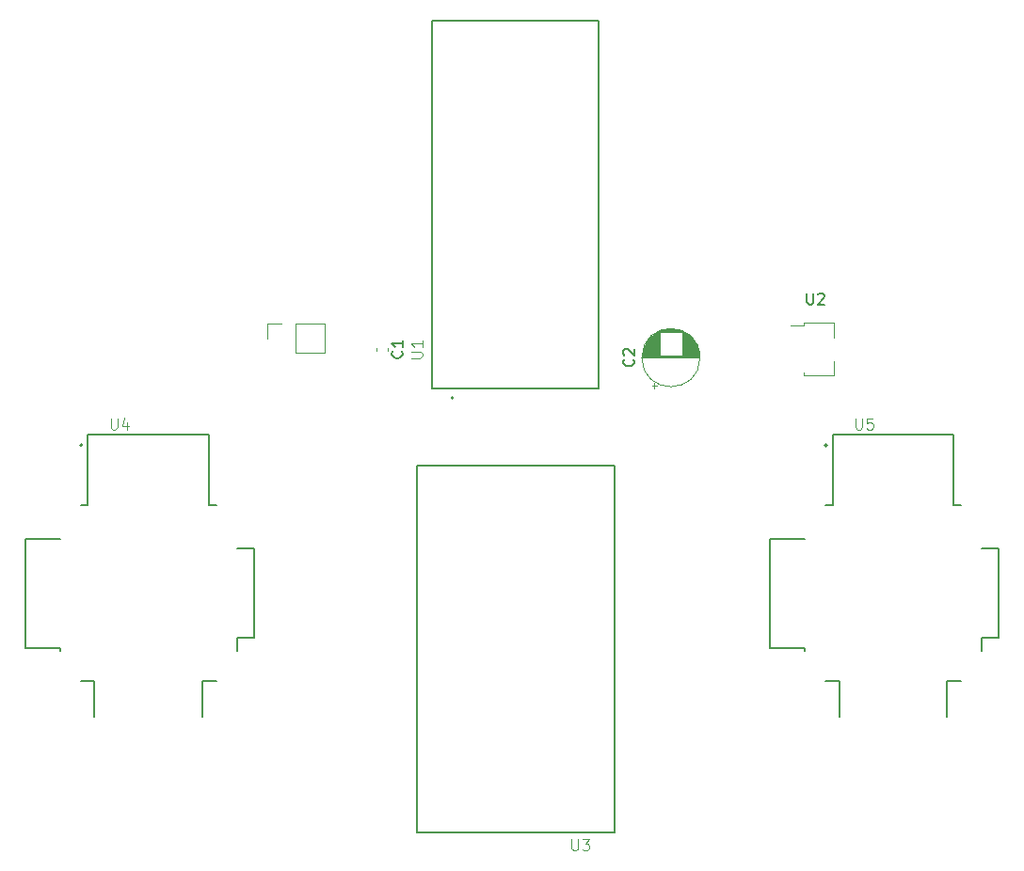
<source format=gbr>
%TF.GenerationSoftware,KiCad,Pcbnew,(5.1.8)-1*%
%TF.CreationDate,2021-02-18T11:59:36+08:00*%
%TF.ProjectId,remoter,72656d6f-7465-4722-9e6b-696361645f70,rev?*%
%TF.SameCoordinates,Original*%
%TF.FileFunction,Legend,Top*%
%TF.FilePolarity,Positive*%
%FSLAX46Y46*%
G04 Gerber Fmt 4.6, Leading zero omitted, Abs format (unit mm)*
G04 Created by KiCad (PCBNEW (5.1.8)-1) date 2021-02-18 11:59:36*
%MOMM*%
%LPD*%
G01*
G04 APERTURE LIST*
%ADD10C,0.127000*%
%ADD11C,0.120000*%
%ADD12C,0.200000*%
%ADD13C,0.015000*%
%ADD14C,0.150000*%
G04 APERTURE END LIST*
D10*
%TO.C,U3*%
X126890000Y-117510000D02*
X126890000Y-84490000D01*
X126890000Y-84490000D02*
X109110000Y-84490000D01*
X109110000Y-84490000D02*
X109110000Y-117510000D01*
X109110000Y-117510000D02*
X126890000Y-117510000D01*
D11*
%TO.C,U2*%
X146660000Y-75050000D02*
X146660000Y-76360000D01*
X146660000Y-76360000D02*
X143940000Y-76360000D01*
X142800000Y-71870000D02*
X143940000Y-71870000D01*
X146660000Y-71640000D02*
X146660000Y-72950000D01*
X143940000Y-71640000D02*
X146660000Y-71640000D01*
X143940000Y-71640000D02*
X143940000Y-71870000D01*
X143940000Y-76360000D02*
X143940000Y-76130000D01*
D10*
%TO.C,U5*%
X145930000Y-88000000D02*
X146550000Y-88000000D01*
X146550000Y-88000000D02*
X146550000Y-81700000D01*
X146550000Y-81700000D02*
X157450000Y-81700000D01*
X157450000Y-81700000D02*
X157450000Y-88000000D01*
X157450000Y-88000000D02*
X158080000Y-88000000D01*
X159950000Y-91900000D02*
X161500000Y-91900000D01*
X161500000Y-91900000D02*
X161500000Y-100000000D01*
X161500000Y-100000000D02*
X159950000Y-100000000D01*
X159950000Y-100000000D02*
X159950000Y-101120000D01*
X158080000Y-103900000D02*
X156850000Y-103900000D01*
X156850000Y-103900000D02*
X156850000Y-107100000D01*
X147150000Y-107100000D02*
X147150000Y-103900000D01*
X147150000Y-103900000D02*
X145930000Y-103900000D01*
X144050000Y-101170000D02*
X144050000Y-100900000D01*
X144050000Y-100900000D02*
X140900000Y-100900000D01*
X140900000Y-100900000D02*
X140900000Y-91100000D01*
X140900000Y-91100000D02*
X144050000Y-91100000D01*
D12*
X146050000Y-82650000D02*
G75*
G03*
X146050000Y-82650000I-100000J0D01*
G01*
D10*
%TO.C,U4*%
X78930000Y-88000000D02*
X79550000Y-88000000D01*
X79550000Y-88000000D02*
X79550000Y-81700000D01*
X79550000Y-81700000D02*
X90450000Y-81700000D01*
X90450000Y-81700000D02*
X90450000Y-88000000D01*
X90450000Y-88000000D02*
X91080000Y-88000000D01*
X92950000Y-91900000D02*
X94500000Y-91900000D01*
X94500000Y-91900000D02*
X94500000Y-100000000D01*
X94500000Y-100000000D02*
X92950000Y-100000000D01*
X92950000Y-100000000D02*
X92950000Y-101120000D01*
X91080000Y-103900000D02*
X89850000Y-103900000D01*
X89850000Y-103900000D02*
X89850000Y-107100000D01*
X80150000Y-107100000D02*
X80150000Y-103900000D01*
X80150000Y-103900000D02*
X78930000Y-103900000D01*
X77050000Y-101170000D02*
X77050000Y-100900000D01*
X77050000Y-100900000D02*
X73900000Y-100900000D01*
X73900000Y-100900000D02*
X73900000Y-91100000D01*
X73900000Y-91100000D02*
X77050000Y-91100000D01*
D12*
X79050000Y-82650000D02*
G75*
G03*
X79050000Y-82650000I-100000J0D01*
G01*
%TO.C,U1*%
X112420000Y-78385000D02*
G75*
G03*
X112420000Y-78385000I-100000J0D01*
G01*
D10*
X110468900Y-77554400D02*
X125531100Y-77554400D01*
X125531100Y-77554400D02*
X125531100Y-44445600D01*
X125531100Y-44445600D02*
X110468900Y-44445600D01*
X110468900Y-44445600D02*
X110468900Y-77554400D01*
D11*
%TO.C,J1*%
X98270000Y-74330000D02*
X98270000Y-71670000D01*
X98270000Y-74330000D02*
X100870000Y-74330000D01*
X100870000Y-74330000D02*
X100870000Y-71670000D01*
X98270000Y-71670000D02*
X100870000Y-71670000D01*
X95670000Y-71670000D02*
X97000000Y-71670000D01*
X95670000Y-73000000D02*
X95670000Y-71670000D01*
%TO.C,C2*%
X134620000Y-74750000D02*
G75*
G03*
X134620000Y-74750000I-2620000J0D01*
G01*
X129420000Y-74750000D02*
X134580000Y-74750000D01*
X129420000Y-74710000D02*
X134580000Y-74710000D01*
X129421000Y-74670000D02*
X134579000Y-74670000D01*
X129422000Y-74630000D02*
X134578000Y-74630000D01*
X129424000Y-74590000D02*
X134576000Y-74590000D01*
X129427000Y-74550000D02*
X134573000Y-74550000D01*
X129431000Y-74510000D02*
X130960000Y-74510000D01*
X133040000Y-74510000D02*
X134569000Y-74510000D01*
X129435000Y-74470000D02*
X130960000Y-74470000D01*
X133040000Y-74470000D02*
X134565000Y-74470000D01*
X129439000Y-74430000D02*
X130960000Y-74430000D01*
X133040000Y-74430000D02*
X134561000Y-74430000D01*
X129444000Y-74390000D02*
X130960000Y-74390000D01*
X133040000Y-74390000D02*
X134556000Y-74390000D01*
X129450000Y-74350000D02*
X130960000Y-74350000D01*
X133040000Y-74350000D02*
X134550000Y-74350000D01*
X129457000Y-74310000D02*
X130960000Y-74310000D01*
X133040000Y-74310000D02*
X134543000Y-74310000D01*
X129464000Y-74270000D02*
X130960000Y-74270000D01*
X133040000Y-74270000D02*
X134536000Y-74270000D01*
X129472000Y-74230000D02*
X130960000Y-74230000D01*
X133040000Y-74230000D02*
X134528000Y-74230000D01*
X129480000Y-74190000D02*
X130960000Y-74190000D01*
X133040000Y-74190000D02*
X134520000Y-74190000D01*
X129489000Y-74150000D02*
X130960000Y-74150000D01*
X133040000Y-74150000D02*
X134511000Y-74150000D01*
X129499000Y-74110000D02*
X130960000Y-74110000D01*
X133040000Y-74110000D02*
X134501000Y-74110000D01*
X129509000Y-74070000D02*
X130960000Y-74070000D01*
X133040000Y-74070000D02*
X134491000Y-74070000D01*
X129520000Y-74029000D02*
X130960000Y-74029000D01*
X133040000Y-74029000D02*
X134480000Y-74029000D01*
X129532000Y-73989000D02*
X130960000Y-73989000D01*
X133040000Y-73989000D02*
X134468000Y-73989000D01*
X129545000Y-73949000D02*
X130960000Y-73949000D01*
X133040000Y-73949000D02*
X134455000Y-73949000D01*
X129558000Y-73909000D02*
X130960000Y-73909000D01*
X133040000Y-73909000D02*
X134442000Y-73909000D01*
X129572000Y-73869000D02*
X130960000Y-73869000D01*
X133040000Y-73869000D02*
X134428000Y-73869000D01*
X129586000Y-73829000D02*
X130960000Y-73829000D01*
X133040000Y-73829000D02*
X134414000Y-73829000D01*
X129602000Y-73789000D02*
X130960000Y-73789000D01*
X133040000Y-73789000D02*
X134398000Y-73789000D01*
X129618000Y-73749000D02*
X130960000Y-73749000D01*
X133040000Y-73749000D02*
X134382000Y-73749000D01*
X129635000Y-73709000D02*
X130960000Y-73709000D01*
X133040000Y-73709000D02*
X134365000Y-73709000D01*
X129652000Y-73669000D02*
X130960000Y-73669000D01*
X133040000Y-73669000D02*
X134348000Y-73669000D01*
X129671000Y-73629000D02*
X130960000Y-73629000D01*
X133040000Y-73629000D02*
X134329000Y-73629000D01*
X129690000Y-73589000D02*
X130960000Y-73589000D01*
X133040000Y-73589000D02*
X134310000Y-73589000D01*
X129710000Y-73549000D02*
X130960000Y-73549000D01*
X133040000Y-73549000D02*
X134290000Y-73549000D01*
X129732000Y-73509000D02*
X130960000Y-73509000D01*
X133040000Y-73509000D02*
X134268000Y-73509000D01*
X129753000Y-73469000D02*
X130960000Y-73469000D01*
X133040000Y-73469000D02*
X134247000Y-73469000D01*
X129776000Y-73429000D02*
X130960000Y-73429000D01*
X133040000Y-73429000D02*
X134224000Y-73429000D01*
X129800000Y-73389000D02*
X130960000Y-73389000D01*
X133040000Y-73389000D02*
X134200000Y-73389000D01*
X129825000Y-73349000D02*
X130960000Y-73349000D01*
X133040000Y-73349000D02*
X134175000Y-73349000D01*
X129851000Y-73309000D02*
X130960000Y-73309000D01*
X133040000Y-73309000D02*
X134149000Y-73309000D01*
X129878000Y-73269000D02*
X130960000Y-73269000D01*
X133040000Y-73269000D02*
X134122000Y-73269000D01*
X129905000Y-73229000D02*
X130960000Y-73229000D01*
X133040000Y-73229000D02*
X134095000Y-73229000D01*
X129935000Y-73189000D02*
X130960000Y-73189000D01*
X133040000Y-73189000D02*
X134065000Y-73189000D01*
X129965000Y-73149000D02*
X130960000Y-73149000D01*
X133040000Y-73149000D02*
X134035000Y-73149000D01*
X129996000Y-73109000D02*
X130960000Y-73109000D01*
X133040000Y-73109000D02*
X134004000Y-73109000D01*
X130029000Y-73069000D02*
X130960000Y-73069000D01*
X133040000Y-73069000D02*
X133971000Y-73069000D01*
X130063000Y-73029000D02*
X130960000Y-73029000D01*
X133040000Y-73029000D02*
X133937000Y-73029000D01*
X130099000Y-72989000D02*
X130960000Y-72989000D01*
X133040000Y-72989000D02*
X133901000Y-72989000D01*
X130136000Y-72949000D02*
X130960000Y-72949000D01*
X133040000Y-72949000D02*
X133864000Y-72949000D01*
X130174000Y-72909000D02*
X130960000Y-72909000D01*
X133040000Y-72909000D02*
X133826000Y-72909000D01*
X130215000Y-72869000D02*
X130960000Y-72869000D01*
X133040000Y-72869000D02*
X133785000Y-72869000D01*
X130257000Y-72829000D02*
X130960000Y-72829000D01*
X133040000Y-72829000D02*
X133743000Y-72829000D01*
X130301000Y-72789000D02*
X130960000Y-72789000D01*
X133040000Y-72789000D02*
X133699000Y-72789000D01*
X130347000Y-72749000D02*
X130960000Y-72749000D01*
X133040000Y-72749000D02*
X133653000Y-72749000D01*
X130395000Y-72709000D02*
X130960000Y-72709000D01*
X133040000Y-72709000D02*
X133605000Y-72709000D01*
X130446000Y-72669000D02*
X130960000Y-72669000D01*
X133040000Y-72669000D02*
X133554000Y-72669000D01*
X130500000Y-72629000D02*
X130960000Y-72629000D01*
X133040000Y-72629000D02*
X133500000Y-72629000D01*
X130557000Y-72589000D02*
X130960000Y-72589000D01*
X133040000Y-72589000D02*
X133443000Y-72589000D01*
X130617000Y-72549000D02*
X130960000Y-72549000D01*
X133040000Y-72549000D02*
X133383000Y-72549000D01*
X130681000Y-72509000D02*
X130960000Y-72509000D01*
X133040000Y-72509000D02*
X133319000Y-72509000D01*
X130749000Y-72469000D02*
X130960000Y-72469000D01*
X133040000Y-72469000D02*
X133251000Y-72469000D01*
X130822000Y-72429000D02*
X133178000Y-72429000D01*
X130902000Y-72389000D02*
X133098000Y-72389000D01*
X130989000Y-72349000D02*
X133011000Y-72349000D01*
X131085000Y-72309000D02*
X132915000Y-72309000D01*
X131195000Y-72269000D02*
X132805000Y-72269000D01*
X131323000Y-72229000D02*
X132677000Y-72229000D01*
X131482000Y-72189000D02*
X132518000Y-72189000D01*
X131716000Y-72149000D02*
X132284000Y-72149000D01*
X130525000Y-77554775D02*
X130525000Y-77054775D01*
X130275000Y-77304775D02*
X130775000Y-77304775D01*
%TO.C,C1*%
X106510000Y-73853733D02*
X106510000Y-74146267D01*
X105490000Y-73853733D02*
X105490000Y-74146267D01*
%TO.C,U3*%
D13*
X123063095Y-118087380D02*
X123063095Y-118896904D01*
X123110714Y-118992142D01*
X123158333Y-119039761D01*
X123253571Y-119087380D01*
X123444047Y-119087380D01*
X123539285Y-119039761D01*
X123586904Y-118992142D01*
X123634523Y-118896904D01*
X123634523Y-118087380D01*
X124015476Y-118087380D02*
X124634523Y-118087380D01*
X124301190Y-118468333D01*
X124444047Y-118468333D01*
X124539285Y-118515952D01*
X124586904Y-118563571D01*
X124634523Y-118658809D01*
X124634523Y-118896904D01*
X124586904Y-118992142D01*
X124539285Y-119039761D01*
X124444047Y-119087380D01*
X124158333Y-119087380D01*
X124063095Y-119039761D01*
X124015476Y-118992142D01*
%TO.C,U2*%
D14*
X144238095Y-68952380D02*
X144238095Y-69761904D01*
X144285714Y-69857142D01*
X144333333Y-69904761D01*
X144428571Y-69952380D01*
X144619047Y-69952380D01*
X144714285Y-69904761D01*
X144761904Y-69857142D01*
X144809523Y-69761904D01*
X144809523Y-68952380D01*
X145238095Y-69047619D02*
X145285714Y-69000000D01*
X145380952Y-68952380D01*
X145619047Y-68952380D01*
X145714285Y-69000000D01*
X145761904Y-69047619D01*
X145809523Y-69142857D01*
X145809523Y-69238095D01*
X145761904Y-69380952D01*
X145190476Y-69952380D01*
X145809523Y-69952380D01*
%TO.C,U5*%
D13*
X148613095Y-80217380D02*
X148613095Y-81026904D01*
X148660714Y-81122142D01*
X148708333Y-81169761D01*
X148803571Y-81217380D01*
X148994047Y-81217380D01*
X149089285Y-81169761D01*
X149136904Y-81122142D01*
X149184523Y-81026904D01*
X149184523Y-80217380D01*
X150136904Y-80217380D02*
X149660714Y-80217380D01*
X149613095Y-80693571D01*
X149660714Y-80645952D01*
X149755952Y-80598333D01*
X149994047Y-80598333D01*
X150089285Y-80645952D01*
X150136904Y-80693571D01*
X150184523Y-80788809D01*
X150184523Y-81026904D01*
X150136904Y-81122142D01*
X150089285Y-81169761D01*
X149994047Y-81217380D01*
X149755952Y-81217380D01*
X149660714Y-81169761D01*
X149613095Y-81122142D01*
%TO.C,U4*%
X81613095Y-80217380D02*
X81613095Y-81026904D01*
X81660714Y-81122142D01*
X81708333Y-81169761D01*
X81803571Y-81217380D01*
X81994047Y-81217380D01*
X82089285Y-81169761D01*
X82136904Y-81122142D01*
X82184523Y-81026904D01*
X82184523Y-80217380D01*
X83089285Y-80550714D02*
X83089285Y-81217380D01*
X82851190Y-80169761D02*
X82613095Y-80884047D01*
X83232142Y-80884047D01*
%TO.C,U1*%
X108617380Y-74786904D02*
X109426904Y-74786904D01*
X109522142Y-74739285D01*
X109569761Y-74691666D01*
X109617380Y-74596428D01*
X109617380Y-74405952D01*
X109569761Y-74310714D01*
X109522142Y-74263095D01*
X109426904Y-74215476D01*
X108617380Y-74215476D01*
X109617380Y-73215476D02*
X109617380Y-73786904D01*
X109617380Y-73501190D02*
X108617380Y-73501190D01*
X108760238Y-73596428D01*
X108855476Y-73691666D01*
X108903095Y-73786904D01*
%TO.C,C2*%
D14*
X128607142Y-74916666D02*
X128654761Y-74964285D01*
X128702380Y-75107142D01*
X128702380Y-75202380D01*
X128654761Y-75345238D01*
X128559523Y-75440476D01*
X128464285Y-75488095D01*
X128273809Y-75535714D01*
X128130952Y-75535714D01*
X127940476Y-75488095D01*
X127845238Y-75440476D01*
X127750000Y-75345238D01*
X127702380Y-75202380D01*
X127702380Y-75107142D01*
X127750000Y-74964285D01*
X127797619Y-74916666D01*
X127797619Y-74535714D02*
X127750000Y-74488095D01*
X127702380Y-74392857D01*
X127702380Y-74154761D01*
X127750000Y-74059523D01*
X127797619Y-74011904D01*
X127892857Y-73964285D01*
X127988095Y-73964285D01*
X128130952Y-74011904D01*
X128702380Y-74583333D01*
X128702380Y-73964285D01*
%TO.C,C1*%
X107787142Y-74166666D02*
X107834761Y-74214285D01*
X107882380Y-74357142D01*
X107882380Y-74452380D01*
X107834761Y-74595238D01*
X107739523Y-74690476D01*
X107644285Y-74738095D01*
X107453809Y-74785714D01*
X107310952Y-74785714D01*
X107120476Y-74738095D01*
X107025238Y-74690476D01*
X106930000Y-74595238D01*
X106882380Y-74452380D01*
X106882380Y-74357142D01*
X106930000Y-74214285D01*
X106977619Y-74166666D01*
X107882380Y-73214285D02*
X107882380Y-73785714D01*
X107882380Y-73500000D02*
X106882380Y-73500000D01*
X107025238Y-73595238D01*
X107120476Y-73690476D01*
X107168095Y-73785714D01*
%TD*%
M02*

</source>
